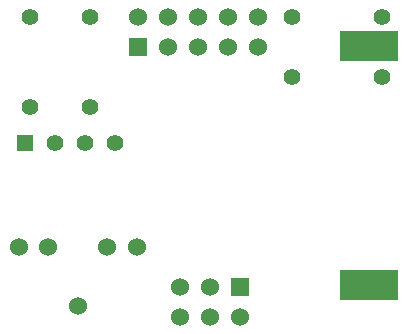
<source format=gbs>
G04 (created by PCBNEW (2013-04-19 BZR 4011)-stable) date 6/24/2013 11:27:29 PM*
%MOIN*%
G04 Gerber Fmt 3.4, Leading zero omitted, Abs format*
%FSLAX34Y34*%
G01*
G70*
G90*
G04 APERTURE LIST*
%ADD10C,0.006*%
%ADD11R,0.055X0.055*%
%ADD12C,0.055*%
%ADD13R,0.06X0.06*%
%ADD14C,0.06*%
%ADD15R,0.19685X0.0984252*%
G04 APERTURE END LIST*
G54D10*
G54D11*
X71850Y-42700D03*
G54D12*
X72850Y-42700D03*
X73850Y-42700D03*
X74850Y-42700D03*
G54D13*
X75600Y-39500D03*
G54D14*
X75600Y-38500D03*
X76600Y-39500D03*
X76600Y-38500D03*
X77600Y-39500D03*
X77600Y-38500D03*
X78600Y-39500D03*
X78600Y-38500D03*
X79600Y-39500D03*
X79600Y-38500D03*
G54D13*
X79000Y-47500D03*
G54D14*
X79000Y-48500D03*
X78000Y-47500D03*
X78000Y-48500D03*
X77000Y-47500D03*
X77000Y-48500D03*
G54D12*
X72000Y-38500D03*
X74000Y-38500D03*
X72000Y-41500D03*
X74000Y-41500D03*
G54D14*
X71631Y-46153D03*
X72615Y-46153D03*
X74584Y-46153D03*
X75568Y-46153D03*
X73600Y-48122D03*
G54D12*
X80750Y-40500D03*
X80750Y-38500D03*
X83750Y-40500D03*
X83750Y-38500D03*
G54D15*
X83300Y-47429D03*
X83300Y-39456D03*
M02*

</source>
